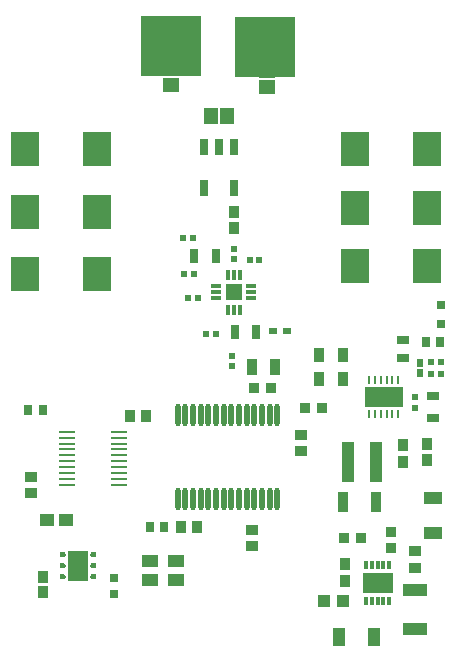
<source format=gtp>
G04*
G04 #@! TF.GenerationSoftware,Altium Limited,Altium Designer,23.8.1 (32)*
G04*
G04 Layer_Color=8421504*
%FSLAX25Y25*%
%MOIN*%
G70*
G04*
G04 #@! TF.SameCoordinates,A9E98482-AA81-4C70-AF81-B552D0338214*
G04*
G04*
G04 #@! TF.FilePolarity,Positive*
G04*
G01*
G75*
%ADD17R,0.03150X0.03150*%
%ADD18R,0.02985X0.03197*%
%ADD19R,0.03681X0.03788*%
%ADD20R,0.03740X0.05709*%
%ADD21R,0.03347X0.03937*%
%ADD22R,0.03937X0.03347*%
%ADD23R,0.02953X0.03543*%
%ADD24O,0.01772X0.07480*%
%ADD25C,0.01595*%
%ADD26R,0.06890X0.09843*%
%ADD27R,0.05512X0.03937*%
%ADD28R,0.05600X0.01100*%
%ADD29R,0.12992X0.06693*%
%ADD30R,0.00984X0.02756*%
%ADD31R,0.04469X0.04182*%
%ADD32R,0.03591X0.04453*%
%ADD33R,0.02756X0.02756*%
%ADD34R,0.08071X0.04331*%
%ADD35R,0.03765X0.04749*%
%ADD36R,0.09449X0.11417*%
%ADD37R,0.05709X0.05709*%
%ADD38R,0.03347X0.01181*%
%ADD39R,0.01181X0.03347*%
%ADD40R,0.01181X0.03150*%
%ADD41R,0.10039X0.06890*%
%ADD42R,0.02500X0.02402*%
%ADD43R,0.03773X0.03961*%
%ADD44R,0.02165X0.02165*%
%ADD45R,0.02165X0.02165*%
%ADD46R,0.03937X0.02953*%
%ADD47R,0.04560X0.03985*%
%ADD48R,0.05339X0.04545*%
%ADD49R,0.03150X0.04724*%
%ADD50R,0.04545X0.05339*%
%ADD51R,0.02992X0.05512*%
%ADD52R,0.03858X0.13386*%
%ADD53R,0.02205X0.02047*%
%ADD54R,0.02254X0.02423*%
%ADD55R,0.02423X0.02254*%
%ADD56R,0.03740X0.03347*%
%ADD57R,0.04134X0.06299*%
%ADD58R,0.06299X0.04134*%
%ADD59R,0.04134X0.03740*%
%ADD60R,0.04134X0.03150*%
%ADD61R,0.02047X0.02047*%
%ADD62R,0.02254X0.02517*%
%ADD63R,0.03740X0.06693*%
%ADD64R,0.20000X0.20000*%
G36*
X279600Y270771D02*
X279849Y270521D01*
X279984Y270196D01*
Y270020D01*
Y269844D01*
X279849Y269518D01*
X279600Y269269D01*
X279275Y269134D01*
X279098D01*
Y269134D01*
X278016D01*
Y270905D01*
X279275D01*
X279600Y270771D01*
D02*
G37*
G36*
Y274511D02*
X279849Y274262D01*
X279984Y273936D01*
Y273760D01*
Y273584D01*
X279849Y273258D01*
X279600Y273009D01*
X279275Y272874D01*
X278016D01*
Y274646D01*
X279275D01*
X279600Y274511D01*
D02*
G37*
G36*
Y278251D02*
X279849Y278002D01*
X279984Y277676D01*
Y277500D01*
Y277324D01*
X279849Y276998D01*
X279600Y276749D01*
X279275Y276614D01*
X278016D01*
Y278386D01*
X279098Y278386D01*
X279275D01*
X279600Y278251D01*
D02*
G37*
G36*
X290220Y269134D02*
X289138Y269134D01*
X288962D01*
X288636Y269269D01*
X288387Y269518D01*
X288252Y269844D01*
Y270020D01*
Y270196D01*
X288387Y270521D01*
X288636Y270771D01*
X288962Y270905D01*
X290220D01*
Y269134D01*
D02*
G37*
G36*
Y272874D02*
X288962D01*
X288636Y273009D01*
X288387Y273258D01*
X288252Y273584D01*
Y273760D01*
Y273936D01*
X288387Y274262D01*
X288636Y274511D01*
X288962Y274646D01*
X290220D01*
Y272874D01*
D02*
G37*
G36*
X289138Y278386D02*
X290220D01*
Y276614D01*
X288962D01*
X288636Y276749D01*
X288387Y276998D01*
X288252Y277324D01*
Y277500D01*
Y277676D01*
X288387Y278002D01*
X288636Y278251D01*
X288962Y278386D01*
X289138D01*
Y278386D01*
D02*
G37*
D17*
X405000Y360748D02*
D03*
Y354252D02*
D03*
D18*
X404862Y348111D02*
D03*
X400122D02*
D03*
D19*
X359775Y326325D02*
D03*
X365408D02*
D03*
X342867Y333000D02*
D03*
X348500D02*
D03*
X372684Y283000D02*
D03*
X378316D02*
D03*
D20*
X349677Y340000D02*
D03*
X342000D02*
D03*
D21*
X301343Y323500D02*
D03*
X306658D02*
D03*
X318342Y286500D02*
D03*
X323657D02*
D03*
D22*
X342000Y280185D02*
D03*
Y285500D02*
D03*
X358500Y311842D02*
D03*
Y317158D02*
D03*
X268500Y297843D02*
D03*
Y303157D02*
D03*
D23*
X308138Y286500D02*
D03*
X312862D02*
D03*
X272362Y325500D02*
D03*
X267638D02*
D03*
D24*
X317366Y296024D02*
D03*
X319925D02*
D03*
X322484D02*
D03*
X325043D02*
D03*
X327602D02*
D03*
X330161D02*
D03*
X332720D02*
D03*
X335279D02*
D03*
X337839D02*
D03*
X340398D02*
D03*
X342957D02*
D03*
X345516D02*
D03*
X348075D02*
D03*
X350634D02*
D03*
X317366Y323976D02*
D03*
X319925D02*
D03*
X322484D02*
D03*
X325043D02*
D03*
X327602D02*
D03*
X330161D02*
D03*
X332720D02*
D03*
X335279D02*
D03*
X337839D02*
D03*
X340398D02*
D03*
X342957D02*
D03*
X345516D02*
D03*
X348075D02*
D03*
X350634D02*
D03*
D25*
X289236Y270020D02*
D03*
X289321Y273760D02*
D03*
Y277500D02*
D03*
X279000D02*
D03*
X278916Y273760D02*
D03*
Y270020D02*
D03*
D26*
X284118Y273760D02*
D03*
D27*
X308169Y268850D02*
D03*
X316831D02*
D03*
Y275150D02*
D03*
X308169D02*
D03*
D28*
X297650Y318358D02*
D03*
Y316390D02*
D03*
Y314421D02*
D03*
Y312453D02*
D03*
Y310484D02*
D03*
Y308516D02*
D03*
Y306547D02*
D03*
Y304579D02*
D03*
Y302610D02*
D03*
Y300642D02*
D03*
X280350D02*
D03*
Y302610D02*
D03*
Y304579D02*
D03*
Y306547D02*
D03*
Y308516D02*
D03*
Y310484D02*
D03*
Y312453D02*
D03*
Y314421D02*
D03*
Y316390D02*
D03*
Y318358D02*
D03*
D29*
X386000Y330031D02*
D03*
D30*
X390921Y335740D02*
D03*
X388953D02*
D03*
X386984D02*
D03*
X385016D02*
D03*
X383047D02*
D03*
X381079D02*
D03*
X390921Y324323D02*
D03*
X388953D02*
D03*
X386984D02*
D03*
X385016D02*
D03*
X383047D02*
D03*
X381079D02*
D03*
D31*
X366080Y262000D02*
D03*
X372500D02*
D03*
D32*
X272500Y270000D02*
D03*
Y264956D02*
D03*
D33*
X296000Y264244D02*
D03*
Y269756D02*
D03*
D34*
X396500Y265500D02*
D03*
Y252508D02*
D03*
D35*
X364465Y336000D02*
D03*
X372535D02*
D03*
Y344000D02*
D03*
X364465D02*
D03*
D36*
X266492Y391500D02*
D03*
X290508D02*
D03*
X400508Y412500D02*
D03*
X376492D02*
D03*
X400508Y393000D02*
D03*
X376492D02*
D03*
X266492Y371000D02*
D03*
X290508D02*
D03*
X400508Y373500D02*
D03*
X376492D02*
D03*
X266492Y412500D02*
D03*
X290508D02*
D03*
D37*
X336008Y364791D02*
D03*
D38*
X330299Y362784D02*
D03*
Y364791D02*
D03*
Y366799D02*
D03*
X341717D02*
D03*
Y364791D02*
D03*
Y362784D02*
D03*
D39*
X334000Y370500D02*
D03*
X336008D02*
D03*
X338016D02*
D03*
Y359083D02*
D03*
X336008D02*
D03*
X334000D02*
D03*
D40*
X387937Y273811D02*
D03*
X385968D02*
D03*
X384000D02*
D03*
X382031D02*
D03*
X380063D02*
D03*
Y262000D02*
D03*
X382031D02*
D03*
X384000D02*
D03*
X385968D02*
D03*
X387937D02*
D03*
D41*
X384000Y267905D02*
D03*
D42*
X353850Y352000D02*
D03*
X349150D02*
D03*
D43*
X336000Y391760D02*
D03*
Y386240D02*
D03*
X373000Y268740D02*
D03*
Y274260D02*
D03*
X400579Y314323D02*
D03*
Y308803D02*
D03*
X392579Y308302D02*
D03*
Y313823D02*
D03*
D44*
X405272Y341500D02*
D03*
X401728D02*
D03*
D45*
X396500Y329772D02*
D03*
Y326228D02*
D03*
D46*
X392500Y348953D02*
D03*
Y343047D02*
D03*
D47*
X273744Y289000D02*
D03*
X280256D02*
D03*
D48*
X315000Y433839D02*
D03*
Y439161D02*
D03*
X347000Y433339D02*
D03*
Y438661D02*
D03*
D49*
X343500Y351500D02*
D03*
X336413D02*
D03*
X322913Y377000D02*
D03*
X330000D02*
D03*
D50*
X333661Y423500D02*
D03*
X328339D02*
D03*
D51*
X326000Y399748D02*
D03*
X336000D02*
D03*
Y413252D02*
D03*
X331000D02*
D03*
X326000D02*
D03*
D52*
X383579Y308323D02*
D03*
X374248D02*
D03*
D53*
X326965Y351000D02*
D03*
X330035D02*
D03*
X341500Y375500D02*
D03*
X344571D02*
D03*
D54*
X336000Y379187D02*
D03*
Y375813D02*
D03*
X335500Y340313D02*
D03*
Y343687D02*
D03*
D55*
X322687Y371000D02*
D03*
X319313D02*
D03*
X324187Y363000D02*
D03*
X320813D02*
D03*
X322375Y383000D02*
D03*
X319000D02*
D03*
D56*
X388500Y279500D02*
D03*
Y284815D02*
D03*
D57*
X371193Y250000D02*
D03*
X382807D02*
D03*
D58*
X402500Y296114D02*
D03*
Y284500D02*
D03*
D59*
X396500Y272791D02*
D03*
Y278500D02*
D03*
D60*
X402500Y330142D02*
D03*
Y322858D02*
D03*
D61*
X405000Y337500D02*
D03*
X401850D02*
D03*
D62*
X398079Y341103D02*
D03*
Y337823D02*
D03*
D63*
X372488Y295000D02*
D03*
X383512D02*
D03*
D64*
X346500Y446500D02*
D03*
X315000Y447000D02*
D03*
M02*

</source>
